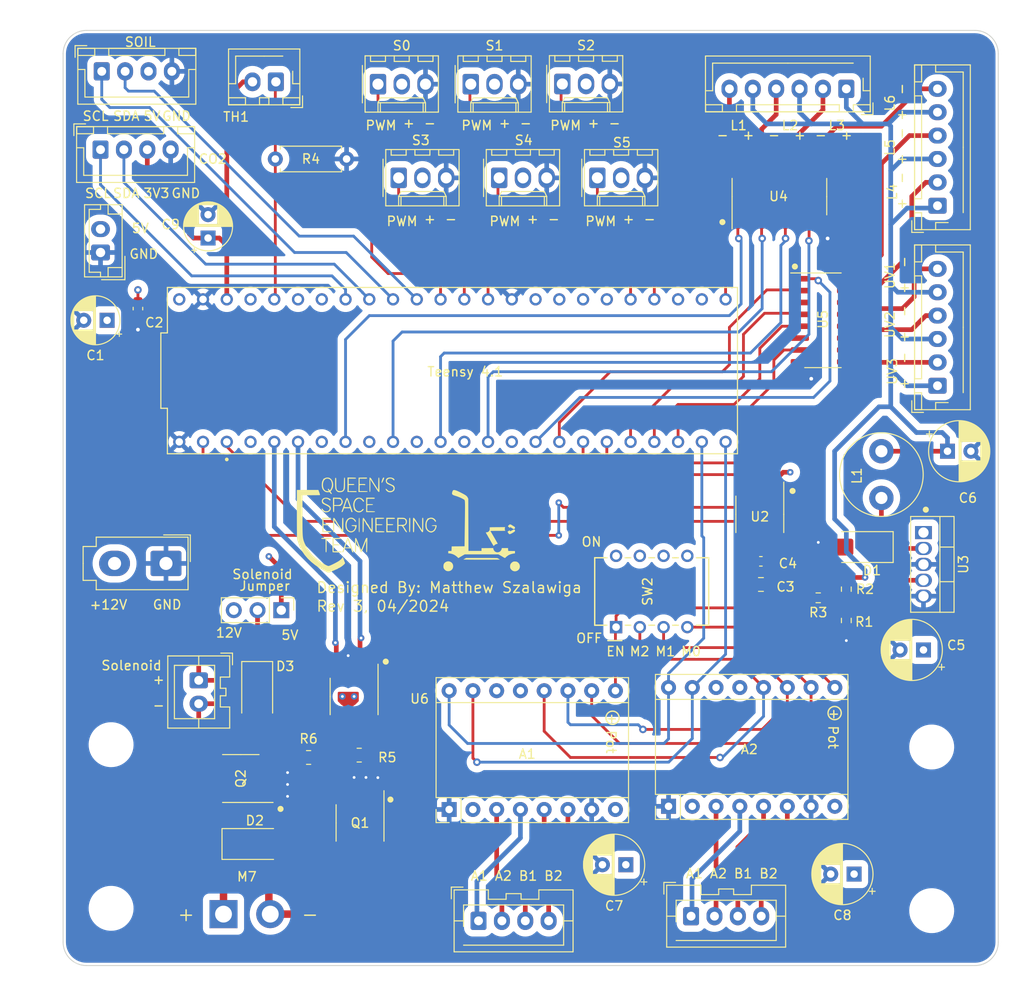
<source format=kicad_pcb>
(kicad_pcb (version 20221018) (generator pcbnew)
  (layers (0 "F.Cu" signal) (1 "In1.Cu" power) (2 "In2.Cu" power) (31 "B.Cu" signal) (34 "B.Paste" user) (35 "F.Paste" user) (36 "B.SilkS" user "B.Silkscreen") (37 "F.SilkS" user "F.Silkscreen") (38 "B.Mask" user) (39 "F.Mask" user) (44 "Edge.Cuts" user))
  (net 0 "")
  (net 1 "GND")
  (net 3 "Step1_A2")
  (net 4 "Step1_A1")
  (net 5 "Step1_B1")
  (net 6 "Step1_B2")
  (net 7 "+12V")
  (net 8 "EN_N")
  (net 9 "M0")
  (net 10 "M1")
  (net 11 "M2")
  (net 12 "+5V")
  (net 13 "/Motors/Step")
  (net 14 "/Motors/Dir")
  (net 16 "Step2_A2")
  (net 17 "Step2_A1")
  (net 18 "Step2_B1")
  (net 19 "Step2_B2")
  (net 20 "UV1_GND")
  (net 21 "Vctrl")
  (net 22 "L1_GND")
  (net 23 "L2_GND")
  (net 24 "L3_GND")
  (net 25 "L4_GND")
  (net 26 "L5_GND")
  (net 27 "L6_GND")
  (net 28 "UV2_GND")
  (net 29 "UV3_GND")
  (net 30 "/Motors/Servo S0 PWM")
  (net 31 "/Motors/Servo S1 PWM")
  (net 32 "/Motors/Servo S2 PWM")
  (net 33 "/Motors/Servo S3 PWM")
  (net 34 "/Lights Control/DAC_MOSI")
  (net 35 "/Lights Control/DAC_SCK")
  (net 36 "/Lights Control/DAC_CS")
  (net 37 "/Lights Control/LDAC")
  (net 38 "/Sensors and Connectors/3V3")
  (net 39 "/Sensors and Connectors/V_Thermo")
  (net 40 "/Lights Control/L1")
  (net 41 "/Lights Control/L2")
  (net 42 "/Lights Control/L3")
  (net 43 "/Lights Control/L4")
  (net 44 "/Lights Control/L5")
  (net 45 "/Lights Control/L6")
  (net 49 "/Lights Control/FB")
  (net 50 "Light_PWR")
  (net 58 "/Motors/Servo S4 PWM")
  (net 59 "/Motors/Servo S5 PWM")
  (net 60 "motor_fet")
  (net 61 "solenoid_fet")
  (net 63 "/Lights Control/UV3")
  (net 66 "/Motors/solenoid_pwm")
  (net 67 "/Motors/motor_pwm")
  (net 72 "/Motors/Solenoid_+")
  (net 73 "/Motors/Solenoid_-")
  (net 81 "/Lights Control/UV2")
  (net 83 "/Lights Control/UV1")
  (net 85 "/Motors/M-")
  (net 86 "/Sensors and Connectors/I2C_SCL1")
  (net 87 "/Sensors and Connectors/I2C_SDA1")
  (net 88 "/Sensors and Connectors/I2C_SCL0")
  (net 89 "/Sensors and Connectors/I2C_SDA0")
  (net 90 "/Lights Control/LM2576_Out")
  (net 94 "/Motors/OutA_to_R")
  (net 95 "/Motors/OutB_to_R")
  (footprint "Inductor_THT:L_Radial_D8.7mm_P5.00mm_Fastron_07HCP" (layer "F.Cu") (at 163.5 100.25 90)
    (fp_text reference "L1")
    (fp_text value "220u")
  )
  (footprint "LOGO" (layer "F.Cu") (at 108.5 103)
    (fp_text reference "G***" hide)
    (fp_text value "LOGO" hide)
  )
  (footprint "Connector_JST:JST_XA_B04B-XASK-1-A_1x04_P2.50mm_Vertical" (layer "F.Cu") (at 143.15 144.97)
    (fp_text reference "J8" hide)
    (fp_text value "Stepper Motor 2")
  )
  (footprint "Resistor_SMD:R_0603_1608Metric" (layer "F.Cu") (at 159.75 113.35 -90)
    (fp_text reference "R1")
    (fp_text value "1k6")
  )
  (footprint "Package_SO:SOIC-8_3.9x4.9mm_P1.27mm" (layer "F.Cu") (at 107.75 135 -90)
    (fp_text reference "Q1")
    (fp_text value "AO4484")
  )
  (footprint "Connector_Molex:Molex_KK-254_AE-6410-03A_1x03_P2.54mm_Vertical" (layer "F.Cu") (at 111.88 66.02)
    (fp_text reference "S3")
    (fp_text value "Servo S3")
  )
  (footprint "Package_TO_SOT_THT:TO-220-5_Vertical" (layer "F.Cu") (at 168 103.95 -90)
    (fp_text reference "U3")
    (fp_text value "LM2576T-ADJ")
  )
  (footprint "Resistor_SMD:R_0805_2012Metric" (layer "F.Cu") (at 107.6625 127.75 180)
    (fp_text reference "R5")
    (fp_text value "0R")
  )
  (footprint "MountingHole:MountingHole_4.3mm_M4" (layer "F.Cu") (at 168.88 126.88 180)
    (fp_text reference "H1" hide)
    (fp_text value "MountingHole")
  )
  (footprint "Connector_Molex:Molex_KK-254_AE-6410-03A_1x03_P2.54mm_Vertical" (layer "F.Cu") (at 109.67 56)
    (fp_text reference "S0")
    (fp_text value "Servo S0")
  )
  (footprint "Connector_JST:JST_XH_B6B-XH-AM_1x06_P2.50mm_Vertical" (layer "F.Cu") (at 159.75 56.5 180)
    (fp_text reference "J1" hide)
    (fp_text value "Lights Row 1")
  )
  (footprint "Connector_JST:JST_XA_B02B-XASK-1_1x02_P2.50mm_Vertical" (layer "F.Cu") (at 90.5 119.75 -90)
    (fp_text reference "J6" hide)
    (fp_text value "5V Solenoid")
  )
  (footprint "Connector_Molex:Molex_Mini-Fit_Jr_5566-02A_2x01_P4.20mm_Vertical" (layer "F.Cu") (at 87 107.25 -90)
    (fp_text reference "J9" hide)
    (fp_text value "12V Connector")
  )
  (footprint "Connector_PinHeader_2.54mm:PinHeader_1x03_P2.54mm_Vertical" (layer "F.Cu") (at 99.33 112.25 -90)
    (fp_text reference "J12" hide)
    (fp_text value "Solenoid jumper")
  )
  (footprint "Module:Pololu_Breakout-16_15.2x20.3mm" (layer "F.Cu") (at 117.28 133.56 90)
    (fp_text reference "A1")
    (fp_text value "DRV8825_Stepper_Driver")
  )
  (footprint "MountingHole:MountingHole_4.3mm_M4" (layer "F.Cu") (at 81.13 126.63 180)
    (fp_text reference "H4" hide)
    (fp_text value "MountingHole")
  )
  (footprint "Button_Switch_THT:DIP8_210-4_CTS" (layer "F.Cu") (at 135.13 114.06 90)
    (fp_text reference "SW2")
    (fp_text value "SW_DIP_x04")
  )
  (footprint "Capacitor_THT:CP_Radial_D5.0mm_P2.50mm" (layer "F.Cu") (at 80.705113 81.25 180)
    (fp_text reference "C1")
    (fp_text value "47u")
  )
  (footprint "Capacitor_SMD:C_0805_2012Metric" (layer "F.Cu") (at 150.62 109.5)
    (fp_text reference "C3")
    (fp_text value "10u")
  )
  (footprint "Connector_Molex:Molex_KK-254_AE-6410-03A_1x03_P2.54mm_Vertical" (layer "F.Cu") (at 129.38 55.98)
    (fp_text reference "S2")
    (fp_text value "Servo S2")
  )
  (footprint "Capacitor_THT:CP_Radial_D6.3mm_P2.50mm" (layer "F.Cu") (at 170.567621 95.25)
    (fp_text reference "C6")
    (fp_text value "100u")
  )
  (footprint "Capacitor_THT:CP_Radial_D5.0mm_P2.50mm" (layer "F.Cu") (at 91.5 72.455113 90)
    (fp_text reference "C9")
    (fp_text value "47u")
  )
  (footprint "Connector_Molex:Molex_KK-254_AE-6410-03A_1x03_P2.54mm_Vertical" (layer "F.Cu") (at 119.59 56)
    (fp_text reference "S1")
    (fp_text value "Servo S1")
  )
  (footprint "Connector_JST:JST_XA_B04B-XASK-1-A_1x04_P2.50mm_Vertical" (layer "F.Cu") (at 120.42 145.47)
    (fp_text reference "J7" hide)
    (fp_text value "Stepper Motor 1")
  )
  (footprint "Capacitor_SMD:C_0603_1608Metric" (layer "F.Cu") (at 84 80 -90)
    (fp_text reference "C2")
    (fp_text value "100n")
  )
  (footprint "Connector_Molex:Molex_KK-254_AE-6410-03A_1x03_P2.54mm_Vertical" (layer "F.Cu") (at 122.63 66.02)
    (fp_text reference "S4")
    (fp_text value "Servo S4")
  )
  (footprint "MountingHole:MountingHole_4.3mm_M4" (layer "F.Cu") (at 168.88 144.38 180)
    (fp_text reference "H2" hide)
    (fp_text value "MountingHole")
  )
  (footprint "Package_SO:SOIC-8_3.9x4.9mm_P1.27mm" (layer "F.Cu") (at 107.115 121.475 -90)
    (fp_text reference "U6")
    (fp_text value "MIC4427")
  )
  (footprint "Module:Pololu_Breakout-16_15.2x20.3mm" (layer "F.Cu") (at 140.74 133.22 90)
    (fp_text reference "A2")
    (fp_text value "DRV8825_Stepper_Driver")
  )
  (footprint "Resistor_SMD:R_0805_2012Metric" (layer "F.Cu") (at 102.25 128 180)
    (fp_text reference "R6")
    (fp_text value "0R")
  )
  (footprint "Connector_JST:JST_XH_B4B-XH-A_1x04_P2.50mm_Vertical" (layer "F.Cu") (at 80 63)
    (fp_text reference "CO2")
    (fp_text value "CO2 Sensor (STC31)")
  )
  (footprint "Connector_AMASS:AMASS_XT30UPB-F_1x02_P5.0mm_Vertical" (layer "F.Cu") (at 93.15 144.75)
    (fp_text reference "M7")
    (fp_text value "Motor_DC")
  )
  (footprint "Connector_JST:JST_XH_B6B-XH-AM_1x06_P2.50mm_Vertical" (layer "F.Cu") (at 169.5 69 90)
    (fp_text reference "J2" hide)
    (fp_text value "Lights Row 2")
  )
  (footprint "Package_SO:SOIC-8_3.9x4.9mm_P1.27mm" (layer "F.Cu") (at 95 130.25 180)
    (fp_text reference "Q2")
    (fp_text value "AO4484")
  )
  (footprint "Connector_JST:JST_EH_B2B-EH-A_1x02_P2.50mm_Vertical" (layer "F.Cu") (at 80 74 90)
    (fp_text reference "J10" hide)
    (fp_text value "5V Connector")
  )
  (footprint "Resistor_SMD:R_0603_1608Metric" (layer "F.Cu") (at 156.745 110.925 180)
    (fp_text reference "R3")
    (fp_text value "5k1")
  )
  (footprint "Connector_JST:JST_XH_B6B-XH-AM_1x06_P2.50mm_Vertical" (layer "F.Cu") (at 169.5 88.25 90)
    (fp_text reference "J3" hide)
    (fp_text value "Lights Row 3")
  )
  (footprint "Resistor_THT:R_Axial_DIN0207_L6.3mm_D2.5mm_P7.62mm_Horizontal" (layer "F.Cu") (at 98.69 64)
    (fp_text reference "R4")
    (fp_text value "100k")
  )
  (footprint "Diode_SMD:D_SMA" (layer "F.Cu") (at 96.5 137.25)
    (fp_text reference "D2")
    (fp_text value "SS54")
  )
  (footprint "Package_SO:SOIC-16_3.9x9.9mm_P1.27mm" (layer "F.Cu") (at 152.595 68.025 90)
    (fp_text reference "U4")
    (fp_text value "ULN2003A")
  )
  (footprint "LOGO" (layer "F.Cu") (at 120.75 104)
    (fp_text reference "G***" hide)
    (fp_text value "LOGO" hide)
  )
  (footprint "Connector_Molex:Molex_KK-254_AE-6410-03A_1x03_P2.54mm_Vertical" (layer "F.Cu") (at 133.13 66.02)
    (fp_text reference "S5")
    (fp_text value "Servo S5")
  )
  (footprint "Connector_JST:JST_XH_B2B-XH-AM_1x02_P2.50mm_Vertical" (layer "F.Cu") (at 98.75 55.75 180)
    (fp_text reference "TH1")
    (fp_text value "Thermistor")
  )
  (footprint "Resistor_SMD:R_0603_1608Metric" (layer "F.Cu") (at 159.75 110 -90)
    (fp_text reference "R2")
    (fp_text value "10k")
  )
  (footprint "Capacitor_THT:CP_Radial_D6.3mm_P2.50mm" (layer "F.Cu") (at 168 116.5 180)
    (fp_text reference "C5")
    (fp_text value "100u")
  )
  (footprint "Package_SO:SOIC-8_3.9x4.9mm_P1.27mm" (layer "F.Cu") (at 150.5 102 -90)
    (fp_text reference "U2")
    (fp_text value "MCP4921-ESN")
  )
  (footprint "Capacitor_THT:CP_Radial_D6.3mm_P2.50mm" (layer "F.Cu") (at 136.17 139.47 180)
    (fp_text reference "C7")
    (fp_text value "100u")
  )
  (footprint "Package_SO:SOIC-16_3.9x9.9mm_P1.27mm" (layer "F.Cu") (at 157.25 81.25)
    (fp_text reference "U5")
    (fp_text value "ULN2003A")
  )
  (footprint "Capacitor_THT:CP_Radial_D6.3mm_P2.50mm" (layer "F.Cu") (at 160.582379 140.47 180)
    (fp_text reference "C8")
    (fp_text value "100u")
  )
  (footprint "Capacitor_SMD:C_0603_1608Metric" (layer "F.Cu") (at 150.615 107.025)
    (fp_text reference "C4")
    (fp_text value "100n")
  )
  (footprint "Diode_SMD:D_SMA" (layer "F.Cu") (at 96.75 121.25 -90)
    (fp_text reference "D3")
    (fp_text value "SS54")
  )
  (footprint "Connector_JST:JST_XH_B4B-XH-A_1x04_P2.50mm_Vertical" (layer "F.Cu") (at 80.13 54.63)
    (fp_text reference "SOIL")
    (fp_text value "Adafruit STEMMA Soil Sensor")
  )
  (footprint "Diode_SMD:D_SMA" (layer "F.Cu") (at 161.25 105.5 180)
    (fp_text reference "D1")
    (fp_text value "SS54")
  )
  (footprint "MountingHole:MountingHole_4.3mm_M4" (layer "F.Cu") (at 81.13 144.13 180)
    (fp_text reference "H3" hide)
    (fp_text value "MountingHole")
  )
  (footprint "Footprint_LIB:Teensy4-1" (layer "F.Cu") (at 117.63 86.63)
    (fp_text reference "Teensy 4.1")
    (fp_text value "Teensy 4.1")
  )
  (gr_line (start 134.25 115.5) (end 135.75 115.5) (stroke (width 0.15)) (layer "F.SilkS"))
  (gr_circle (center 146.5 70.75) (end 146.75 70.75) (stroke (width 0.15)) (fill solid) (layer "F.SilkS"))
  (gr_circle (center 154.25 75.5) (end 154.5 75.5) (stroke (width 0.15)) (fill solid) (layer "F.SilkS"))
  (gr_circle (center 111 132.5) (end 111.25 132.5) (stroke (width 0.15)) (fill solid) (layer "F.SilkS"))
  (gr_circle (center 154 99.5) (end 154.25 99.5) (stroke (width 0.15)) (fill solid) (layer "F.SilkS"))
  (gr_circle (center 158.5 123.25) (end 159 123.75) (stroke (width 0.15)) (fill none) (layer "F.SilkS"))
  (gr_circle (center 110.5 117.75) (end 110.75 117.75) (stroke (width 0.15)) (fill solid) (layer "F.SilkS"))
  (gr_circle (center 99.25 133.5) (end 99.5 133.5) (stroke (width 0.15)) (fill solid) (layer "F.SilkS"))
  (gr_circle (center 134.75 123.75) (end 135.25 124.25) (stroke (width 0.15)) (fill none) (layer "F.SilkS"))
  (gr_circle (center 168.25 101.5) (end 168.5 101.5) (stroke (width 0.15)) (fill solid) (layer "F.SilkS"))
  (gr_line (start 176 147.75) (end 176 52.75) (stroke (width 0.1)) (layer "Edge.Cuts"))
  (gr_line (start 173.5 50.25) (end 78.5 50.25) (stroke (width 0.1)) (layer "Edge.Cuts"))
  (gr_arc (start 176 147.75) (mid 175.267767 149.517767) (end 173.5 150.25) (stroke (width 0.1)) (layer "Edge.Cuts"))
  (gr_line (start 76 52.75) (end 76 147.75) (stroke (width 0.1)) (layer "Edge.Cuts"))
  (gr_arc (start 78.5 150.25) (mid 76.732233 149.517767) (end 76 147.75) (stroke (width 0.1)) (layer "Edge.Cuts"))
  (gr_line (start 78.5 150.25) (end 173.5 150.25) (stroke (width 0.1)) (layer "Edge.Cuts"))
  (gr_arc (start 173.5 50.25) (mid 175.267767 50.982233) (end 176 52.75) (stroke (width 0.1)) (layer "Edge.Cuts"))
  (gr_arc (start 76 52.75) (mid 76.732233 50.982233) (end 78.5 50.25) (stroke (width 0.1)) (layer "Edge.Cuts"))
  (gr_text "A1 A2 B1 B2" (at 142.5 141) (layer "F.SilkS") (effects (font (size 1 1)) (justify left bottom)))
  (gr_text "+  -" (at 166.5 78.5 90) (layer "F.SilkS") (effects (font (size 1 1)) (justify left bottom)))
  (gr_text "+ \n" (at 112.25 60.75) (layer "F.SilkS") (effects (font (size 1 1)) (justify left bottom)))
  (gr_text "+" (at 157.9 122.65 -90) (layer "F.SilkS") (effects (font (size 1 1)) (justify left bottom)))
  (gr_text "PWM\n" (at 118.5 61) (layer "F.SilkS") (effects (font (size 1 1)) (justify left bottom)))
  (gr_text "-" (at 116.75 71) (layer "F.SilkS") (effects (font (size 1 1)) (justify left bottom)))
  (gr_text "-" (at 127.75 71) (layer "F.SilkS") (effects (font (size 1 1)) (justify left bottom)))
  (gr_text " Jumper" (at 94 110.25) (layer "F.SilkS") (effects (font (size 1 1)) (justify left bottom)))
  (gr_text "+  -" (at 166.25 69.5 90) (layer "F.SilkS") (effects (font (size 1 1)) (justify left bottom)))
  (gr_text "-" (at 85.5 123) (layer "F.SilkS") (effects (font (size 1 1)) (justify left bottom)))
  (gr_text "PWM\n" (at 121.5 71.25) (layer "F.SilkS") (effects (font (size 1 1)) (justify left bottom)))
  (gr_text "+12V" (at 78.75 112.25) (layer "F.SilkS") (effects (font (size 1 1)) (justify left bottom)))
  (gr_text "SDA\n" (at 81.25 68.25) (layer "F.SilkS") (effects (font (size 1 1)) (justify left bottom)))
  (gr_text "GND" (at 85.5 112.25) (layer "F.SilkS") (effects (font (size 1 1)) (justify left bottom)))
  (gr_text "SDA\n" (at 81.25 60) (layer "F.SilkS") (effects (font (size 1 1)) (justify left bottom)))
  (gr_text "L3\n" (at 157.75 61) (layer "F.SilkS") (effects (font (size 1 1)) (justify left bottom)))
  (gr_text "SCL\n" (at 78.25 68.25) (layer "F.SilkS") (effects (font (size 1 1)) (justify left bottom)))
  (gr_text "GND" (at 87.5 68.25) (layer "F.SilkS") (effects (font (size 1 1)) (justify left bottom)))
  (gr_text "M1\n" (at 139.25 117.25) (layer "F.SilkS") (effects (font (size 1 1)) (justify left bottom)))
  (gr_text "+  -" (at 166.5 88.75 90) (layer "F.SilkS") (effects (font (size 1 1)) (justify left bottom)))
  (gr_text "M2" (at 136.5 117.25) (layer "F.SilkS") (effects (font (size 1 1)) (justify left bottom)))
  (gr_text "UV3\n" (at 165.25 88.25 90) (layer "F.SilkS") (effects (font (size 1 1)) (justify left bottom)))
  (gr_text "+  -" (at 166.25 64.75 90) (layer "F.SilkS") (effects (font (size 1 1)) (justify left bottom)))
  (gr_text "PWM\n" (at 131.75 71.25) (layer "F.SilkS") (effects (font (size 1 1)) (justify left bottom)))
  (gr_text "+  -" (at 155.5 61 180) (layer "F.SilkS") (effects (font (size 1 1)) (justify left bottom)))
  (gr_text "Rev 3, 04/2024" (at 103 112.5) (layer "F.SilkS") (effects (font (size 1.15 1.15)) (justify left bottom)))
  (gr_text "L6\n" (at 165 59 90) (layer "F.SilkS") (effects (font (size 1 1)) (justify left bottom)))
  (gr_text "5V" (at 84.5 60) (layer "F.SilkS") (effects (font (size 1 1)) (justify left bottom)))
  (gr_text "3V3\n" (at 84.5 68.25) (layer "F.SilkS") (effects (font (size 1 1)) (justify left bottom)))
  (gr_text "Pot" (at 134 125 -90) (layer "F.SilkS") (effects (font (size 1 1)) (justify left bottom)))
  (gr_text "+ \n" (at 125.5 71) (layer "F.SilkS") (effects (font (size 1 1)) (justify left bottom)))
  (gr_text "GND" (at 83 74.75) (layer "F.SilkS") (effects (font (size 1 1)) (justify left bottom)))
  (gr_text "Solenoid" (at 80 118.75) (layer "F.SilkS") (effects (font (size 1 1)) (justify left bottom)))
  (gr_text "L4\n" (at 165.25 68.5 90) (layer "F.SilkS") (effects (font (size 1 1)) (justify left bottom)))
  (gr_text "L5\n" (at 165 63.75 90) (layer "F.SilkS") (effects (font (size 1 1)) (justify left bottom)))
  (gr_text "+  -" (at 166.25 60 90) (layer "F.SilkS") (effects (font (size 1 1)) (justify left bottom)))
  (gr_text "+  -" (at 150 61 180) (layer "F.SilkS") (effects (font (size 1 1)) (justify left bottom)))
  (gr_text "5V" (at 99.25 115.5) (layer "F.SilkS") (effects (font (size 1 1)) (justify left bottom)))
  (gr_text "UV2\n" (at 165 83.25 90) (layer "F.SilkS") (effects (font (size 1 1)) (justify left bottom)))
  (gr_text "5V" (at 83.25 72) (layer "F.SilkS") (effects (font (size 1 1)) (justify left bottom)))
  (gr_text "PWM\n" (at 128 61) (layer "F.SilkS") (effects (font (size 1 1)) (justify left bottom)))
  (gr_text "+ \n" (at 122.5 60.75) (layer "F.SilkS") (effects (font (size 1 1)) (justify left bottom)))
  (gr_text "L1\n" (at 147.25 61) (layer "F.SilkS") (effects (font (size 1 1)) (justify left bottom)))
  (gr_text "+  -" (at 160.5 61 180) (layer "F.SilkS") (effects (font (size 1 1)) (justify left bottom)))
  (gr_text "M0" (at 142 117.25) (layer "F.SilkS") (effects (font (size 1 1)) (justify left bottom)))
  (gr_text "Designed By: Matthew Szalawiga" (at 103 110.5) (layer "F.SilkS") (effects (font (size 1.15 1.15)) (justify left bottom)))
  (gr_text "UV1" (at 165 78 90) (layer "F.SilkS") (effects (font (size 1 1)) (justify left bottom)))
  (gr_text "+" (at 134.15 123.15 -90) (layer "F.SilkS") (effects (font (size 1 1)) (justify left bottom)))
  (gr_text "+  -" (at 166.5 83.75 90) (layer "F.SilkS") (effects (font (size 1 1)) (justify left bottom)))
  (gr_text "PWM\n" (at 110.5 71.25) (layer "F.SilkS") (effects (font (size 1 1)) (justify left bottom)))
  (gr_text "-" (at 114.5 60.75) (layer "F.SilkS") (effects (font (size 1 1)) (justify left bottom)))
  (gr_text "L2\n" (at 152.75 61) (layer "F.SilkS") (effects (font (size 1 1)) (justify left bottom)))
  (gr_text "PWM\n" (at 108.25 61) (layer "F.SilkS") (effects (font (size 1 1)) (justify left bottom)))
  (gr_text "A1 A2 B1 B2" (at 119.5 141.25) (layer "F.SilkS") (effects (font (size 1 1)) (justify left bottom)))
  (gr_text "-" (at 138 71) (layer "F.SilkS") (effects (font (size 1 1)) (justify left bottom)))
  (gr_text "Pot" (at 157.75 124.5 -90) (layer "F.SilkS") (effects (font (size 1 1)) (justify left bottom)))
  (gr_text "+" (at 85.5 120.25) (layer "F.SilkS") (effects (font (size 1 1)) (justify left bottom)))
  (gr_text "12V" (at 92.25 115.25) (layer "F.SilkS") (effects (font (size 1 1)) (justify left bottom)))
  (gr_text "-" (at 134.25 60.75) (layer "F.SilkS") (effects (font (size 1 1)) (justify left bottom)))
  (gr_text "+ \n" (at 135.75 71) (layer "F.SilkS") (effects (font (size 1 1)) (justify left bottom)))
  (gr_text "-" (at 124.75 60.75) (layer "F.SilkS") (effects (font (size 1 1)) (justify left bottom)))
  (gr_text "+ \n" (at 114.5 71) (layer "F.SilkS") (effects (font (size 1 1)) (justify left bottom)))
  (gr_text "Solenoid" (at 94 109) (layer "F.SilkS") (effects (font (size 1 1)) (justify left bottom)))
  (gr_text "GND" (at 86.5 60) (layer "F.SilkS") (effects (font (size 1 1)) (justify left bottom)))
  (gr_text "EN" (at 134 117.25) (layer "F.SilkS") (effects (font (size 1 1)) (justify left bottom)))
  (gr_text "+ \n" (at 132 60.75) (layer "F.SilkS") (effects (font (size 1 1)) (justify left bottom)))
  (gr_text "SCL\n" (at 78 60) (layer "F.SilkS") (effects (font (size 1 1)) (justify left bottom)))
  (segment (start 156.5 87) (end 156 87.5) (width 0.3) (layer "F.Cu") (net 1))
  (segment (start 84 80.775) (end 84 82.25) (width 0.3) (layer "F.Cu") (net 1))
  (segment (start 108.385 130.135) (end 108.385 132.525) (width 0.6) (layer "F.Cu") (net 1))
  (segment (start 100 130.885) (end 97.475 130.885) (width 0.5) (layer "F.Cu") (net 1))
  (segment (start 107.115 130.135) (end 107.115 132.525) (width 0.6) (layer "F.Cu") (net 1))
  (segment (start 100 132.155) (end 97.475 132.155) (width 0.5) (layer "F.Cu") (net 1))
  (segment (start 157.04 71.79) (end 157.75 72.5) (width 0.3) (layer "F.Cu") (net 1))
  (segment (start 106.48 117.11) (end 106.48 119) (width 0.5) (layer "F.Cu") (net 1))
  (segment (start 157.25 105.5) (end 156.75 105) (width 0.5) (layer "F.Cu") (net 1))
  (segment (start 156.445 85.695) (end 156.5 85.75) (width 0.3) (layer "F.Cu") (net 1))
  (segment (start 151.135 106.77) (end 151.39 107.025) (width 0.5) (layer "F.Cu") (net 1))
  (segment (start 151.135 104.475) (end 151.135 106.77) (width 0.5) (layer "F.Cu") (net 1))
  (segment (start 159.75 114.175) (end 159.75 115.5) (width 0.5) (layer "F.Cu") (net 1))
  (segment (start 100 129.615) (end 97.475 129.615) (width 0.5) (layer "F.Cu") (net 1))
  (segment (start 151.39 109.32) (end 151.57 109.5) (width 0.5) (layer "F.Cu") (net 1))
  (segment (start 109.655 130.155) (end 109.655 132.525) (width 0.6) (layer "F.Cu") (net 1))
  (segment (start 154.775 85.695) (end 156.445 85.695) (width 0.3) (layer "F.Cu") (net 1))
  (segment (start 159.25 105.5) (end 157.25 105.5) (width 0.5) (layer "F.Cu") (net 1))
  (segment (start 156.5 85.75) (end 156.5 87) (width 0.3) (layer "F.Cu") (net 1))
  (segment (start 151.39 107.025) (end 151.39 109.32) (width 0.5) (layer "F.Cu") (net 1))
  (segment (start 157.04 70.5) (end 157.04 71.79) (width 0.3) (layer "F.Cu") (net 1))
  (via (at 108.385 130.135) (size 0.7) (drill 0.3) (layers "F.Cu" "B.Cu") (net 1))
  (via (at 109.655 130.155) (size 0.7) (drill 0.3) (layers "F.Cu" "B.Cu") (net 1))
  (via (at 100 132.155) (size 0.7) (drill 0.3) (layers "F.Cu" "B.Cu") (net 1))
  (via (at 156 87.5) (size 0.8) (drill 0.4) (layers "F.Cu" "B.Cu") (net 1))
  (via (at 84 82.25) (size 0.8) (drill 0.4) (layers "F.Cu" "B.Cu") (net 1))
  (via (at 157.75 72.5) (size 0.8) (drill 0.4) (layers "F.Cu" "B.Cu") (net 1))
  (via (at 159.75 115.5) (size 0.7) (drill 0.3) (layers "F.Cu" "B.Cu") (net 1))
  (via (at 106.48 117.11) (size 0.7) (drill 0.3) (layers "F.Cu" "B.Cu") (net 1))
  (via (at 100 130.885) (size 0.7) (drill 0.3) (layers "F.Cu" "B.Cu") (net 1))
  (via (at 156.75 105) (size 0.7) (drill 0.3) (layers "F.Cu" "B.Cu") (net 1))
  (via (at 100 129.615) (size 0.7) (drill 0.3) (layers "F.Cu" "B.Cu") (net 1))
  (via (at 107.115 130.135) (size 0.7) (drill 0.3) (layers "F.Cu" "B.Cu") (net 1))
  (segment (start 122.92 141.67) (end 122.92 145.47) (width 0.5) (layer "F.Cu") (net 3))
  (segment (start 122.36 141.11) (end 122.92 141.67) (width 0.5) (layer "F.Cu") (net 3))
  (segment (start 122.36 133.56) (end 122.36 141.11) (width 0.5) (layer "F.Cu") (net 3))
  (segment (start 120.25 141.25) (end 120.25 145.3) (width 0.5) (layer "B.Cu") (net 4))
  (segment (start 120.25 145.3) (end 120.42 145.47) (width 0.5) (layer "B.Cu") (net 4))
  (segment (start 124.9 136.6) (end 120.25 141.25) (width 0.5) (layer "B.Cu") (net 4))
  (segment (start 124.9 133.56) (end 124.9 136.6) (width 0.5) (layer "B.Cu") (net 4))
  (segment (start 127.44 133.56) (end 127.44 139.31) (width 0.5) (layer "F.Cu") (net 5))
  (segment (start 125.42 141.33) (end 125.42 145.47) (width 0.5) (layer "F.Cu") (net 5))
  (segment (start 127.44 139.31) (end 125.42 141.33) (width 0.5) (layer "F.Cu") (net 5))
  (segment (start 127.92 142.08) (end 127.92 145.47) (width 0.5) (layer "F.Cu") (net 6))
  (segment (start 129.98 133.56) (end 129.98 140.02) (width 0.5) (layer "F.Cu") (net 6))
  (segment (start 129.98 140.02) (end 127.92 142.08) (width 0.5) (layer "F.Cu") (net 6))
  (segment (start 93.15 138.6) (end 94.5 137.25) (width 0.8) (layer "F.Cu") (net 7))
  (segment (start 93.15 144.75) (end 93.15 138.6) (width 0.8) (layer "F.Cu") (net 7))
  (via (at 105.865 121.475) (size 0.7) (drill 0.3) (layers "F.Cu" "B.Cu") (net 7))
  (via (at 107.115 121.475) (size 0.7) (drill 0.3) (layers "F.Cu" "B.Cu") (net 7))
  (segment (start 135.06 120.86) (end 135.06 114.13) (width 0.3) (layer "F.Cu") (net 8))
  (segment (start 158.52 120.52) (end 150 112) (width 0.3) (layer "F.Cu") (net 8))
  (segment (start 135.13 112.87) (end 135.13 114.06) (width 0.3) (layer "F.Cu") (net 8))
  (segment (start 136 112) (end 135.13 112.87) (width 0.3) (layer "F.Cu") (net 8))
  (segment (start 135.06 114.13) (end 135.13 114.06) (width 0.3) (layer "F.Cu") (net 8))
  (segment (start 150 112) (end 136 112) (width 0.3) (layer "F.Cu") (net 8))
  (segment (start 132.52 120.86) (end 132.52 123.52) (width 0.3) (layer "F.Cu") (net 9))
  (segment (start 149.52 114.06) (end 142.75 114.06) (width 0.3) (layer "F.Cu") (net 9))
  (segment (start 155.98 120.52) (end 149.52 114.06) (width 0.3) (layer "F.Cu") (net 9))
  (segment (start 153.75 126.5) (end 155.98 124.27) (width 0.3) (layer "F.Cu") (net 9))
  (segment (start 135.5 126.5) (end 153.75 126.5) (width 0.3) (layer "F.Cu") (net 9))
  (segment (start 132.52 123.52) (end 135.5 126.5) (width 0.3) (layer "F.Cu") (net 9))
  (segment (start 155.98 124.27) (end 155.98 120.52) (width 0.3) (layer "F.Cu") (net 9))
  (segment (start 140.5 116.25) (end 140.21 115.96) (width 0.3) (layer "F.Cu") (net 10))
  (segment (start 150.75 125) (end 153.44 122.31) (width 0.3) (layer "F.Cu") (net 10))
  (segment (start 153.44 120.52) (end 149.17 116.25) (width 0.3) (layer "F.Cu") (net 10))
  (segment (start 140.21 115.96) (end 140.21 114.06) (width 0.3) (layer "F.Cu") (net 10))
  (segment (start 149.17 116.25) (end 140.5 116.25) (width 0.3) (layer "F.Cu") (net 10))
  (segment (start 138 125) (end 150.75 125) (width 0.3) (layer "F.Cu") (net 10))
  (segment (start 153.44 122.31) (end 153.44 120.52) (width 0.3) (layer "F.Cu") (net 10))
  (via (at 138 125) (size 0.8) (drill 0.4) (layers "F.Cu" "B.Cu") (net 10))
  (segment (start 138 125) (end 137.5 124.5) (width 0.3) (layer "B.Cu") (net 10))
  (segment (start 129.98 124.23) (end 129.98 120.86) (width 0.3) (layer "B.Cu") (net 10))
  (segment (start 137.5 124.5) (end 130.25 124.5) (width 0.3) (layer "B.Cu") (net 10))
  (segment (start 130.25 124.5) (end 129.98 124.23) (width 0.3) (layer "B.Cu") (net 10))
  (segment (start 147.88 117.5) (end 138.75 117.5) (width 0.3) (layer "F.Cu") (net 11))
  (segment (start 138.75 117.5) (end 137.67 116.42) (width 0.3) (layer "F.Cu") (net 11))
  (segment (start 137.67 116.42) (end 137.67 114.06) (width 0.3) (layer "F.Cu") (net 11))
  (segment (start 130.25 128) (end 146.25 128) (width 0.3) (layer "F.Cu") (net 11))
  (segment (start 127.44 125.19) (end 130.25 128) (width 0.3) (layer "F.Cu") (net 11))
  (segment (start 150.9 120.52) (end 147.88 117.5) (width 0.3) (layer "F.Cu") (net 11))
  (segment (start 127.44 120.86) (end 127.44 125.19) (width 0.3) (layer "F.Cu") (net 11))
  (via (at 146.25 128) (size 0.8) (drill 0.4) (layers "F.Cu" "B.Cu") (net 11))
  (segment (start 150.9 123.6) (end 150.9 120.52) (width 0.3) (layer "B.Cu") (net 11))
  (segment (start 146.5 128) (end 150.9 123.6) (width 0.3) (layer "B.Cu") (net 11))
  (segment (start 146.25 128) (end 146.5 128) (width 0.3) (layer "B.Cu") (net 11))
  (segment (start 152.405 98.095) (end 153 97.5) (width 0.5) (layer "F.Cu") (net 12))
  (segment (start 99.33 112.25) (end 99.33 107.83) (width 0.5) (layer "F.Cu") (net 12))
  (segment (start 153 97.5) (end 153.75 97.5) (width 0.5) (layer "F.Cu") (net 12))
  (segment (start 152.405 99.525) (end 152.405 98.095) (width 0.5) (layer "F.Cu") (net 12))
  (segment (start 149.84 107.025) (end 149.84 109.33) (width 0.5) (layer "F.Cu") (net 12))
  (segment (start 149.865 107) (end 149.84 107.025) (width 0.5) (layer "F.Cu") (net 12))
  (segment (start 84 79.225) (end 84 78) (width 0.3) (layer "F.Cu") (net 12))
  (segment (start 99.33 107.83) (end 98 106.5) (width 0.5) (layer "F.Cu") (net 12))
  (segment (start 149.84 109.33) (end 149.67 109.5) (width 0.5) (layer "F.Cu") (net 12))
  (segment (start 149.865 104.475) (end 149.865 107) (width 0.5) (layer "F.Cu") (net 12))
  (via (at 98 106.5) (size 0.7) (drill 0.3) (layers "F.Cu" "B.Cu") (net 12))
  (via (at 84 78) (size 0.8) (drill 0.4) (layers "F.Cu" "B.Cu") (net 12))
  (via (at 153.75 97.5) (size 0.7) (drill 0.3) (layers "F.Cu" "B.Cu") (net 12))
  (segment (start 120.25 128.5) (end 119.82 128.07) (width 0.3) (layer "F.Cu") (net 13))
  (segment (start 119.82 128.07) (end 119.82 120.86) (width 0.3) (layer "F.Cu") (net 13))
  (via (at 120.25 128.5) (size 0.8) (drill 0.4) (layers "F.Cu" "B.Cu") (net 13))
  (segment (start 143.28 125.97) (end 143.28 120.52) (width 0.3) (layer "B.Cu") (net 13))
  (segment (start 146.84 116.96) (end 146.84 94.25) (width 0.3) (layer "B.Cu") (net 13))
  (segment (start 143.28 120.52) (end 146.84 116.96) (width 0.3) (layer "B.Cu") (net 13))
  (segment (start 120.25 128.5) (end 140.75 128.5) (width 0.3) (layer "B.Cu") (net 13))
  (segment (start 140.75 128.5) (end 143.28 125.97) (width 0.3) (layer "B.Cu") (net 13))
  (segment (start 140.74 119.01) (end 140.74 120.52) (width 0.3) (layer "B.Cu") (net 14))
  (segment (start 144.3 94.25) (end 144.3 104.3) (width 0.3) (layer "B.Cu") (net 14))
  (segment (start 140.25 126.5) (end 140.74 126.01) (width 0.3) (layer "B.Cu") (net 14))
  (segment (start 119.25 126.5) (end 140.25 126.5) (width 0.3) (layer "B.Cu") (net 14))
  (segment (start 117.28 120.86) (end 117.28 124.53) (width 0.3) (layer "B.Cu") (net 14))
  (segment (start 144.5 104.5) (end 144.5 115.25) (width 0.3) (layer "B.Cu") (net 14))
  (segment (start 140.74 126.01) (end 140.74 120.52) (width 0.3) (layer "B.Cu") (net 14))
  (segment (start 144.5 115.25) (end 140.74 119.01) (width 0.3) (layer "B.Cu") (net 14))
  (segment (start 144.3 104.3) (end 144.5 104.5) (width 0.3) (layer "B.Cu") (net 14))
  (segment (start 117.28 124.53) (end 119.25 126.5) (width 0.3) (layer "B.Cu") (net 14))
  (segment (start 145.82 133.22) (end 145.82 144.8) (width 0.5) (layer "F.Cu") (net 16))
  (segment (start 145.82 144.8) (end 145.65 144.97) (width 0.5) (layer "F.Cu") (net 16))
  (segment (start 143.25 141) (end 143.25 144.87) (width 0.5) (layer "B.Cu") (net 17))
  (segment (start 148.36 135.89) (end 143.25 141) (width 0.5) (layer "B.Cu") (net 17))
  (segment (start 143.25 144.87) (end 143.15 144.97) (width 0.5) (layer "B.Cu") (net 17))
  (segment (start 148.36 133.22) (end 148.36 135.89) (width 0.5) (layer "B.Cu") (net 17))
  (segment (start 148.15 137.6) (end 148.15 144.97) (width 0.5) (layer "F.Cu") (net 18))
  (segment (start 150.9 134.85) (end 148.15 137.6) (width 0.5) (layer "F.Cu") (net 18))
  (segment (start 150.9 133.22) (end 150.9 134.85) (width 0.5) (layer "F.Cu") (net 18))
  (segment (start 153.44 137.56) (end 150.65 140.35) (width 0.5) (layer "F.Cu") (net 19))
  (segment (start 150.65 140.35) (end 150.65 144.97) (width 0.5) (layer "F.Cu") (net 19))
  (segment (start 153.44 133.22) (end 153.44 137.56) (width 0.5) (layer "F.Cu") (net 19))
  (segment (start 167 78.75) (end 167 76.5) (width 0.5) (layer "F.Cu") (net 20))
  (segment (start 167.75 75.75) (end 169.5 75.75) (width 0.5) (layer "F.Cu") (net 20))
  (segment (start 159.725 80.615) (end 161.885 80.615) (width 0.5) (layer "F.Cu") (net 20))
  (segment (start 165.75 80) (end 167 78.75) (width 0.5) (layer "F.Cu") (net 20))
  (segment (start 167 76.5) (end 167.75 75.75) (width 0.5) (layer "F.Cu") (net 20))
  (segment (start 161.885 80.615) (end 162.5 80) (width 0.5) (layer "F.Cu") (net 20))
  (segment (start 162.5 80) (end 165.75 80) (width 0.5) (layer "F.Cu") (net 20))
  (segment (start 155 106.25) (end 153 106.25) (width 0.5) (layer "F.Cu") (net 21))
  (segment (start 153 106.25) (end 152.405 105.655) (width 0.5) (layer "F.Cu") (net 21))
  (segment (start 155.92 110.925) (end 155.92 107.17) (width 0.5) (layer "F.Cu") (net 21))
  (segment (start 155.92 107.17) (end 155 106.25) (width 0.5) (layer "F.Cu") (net 21))
  (segment (start 152.405 105.655) (end 152.405 104.475) (width 0.5) (layer "F.Cu") (net 21))
  (segment (start 147.25 62.5) (end 147.25 56.5) (width 0.5) (layer "F.Cu") (net 22))
  (segment (start 148.15 63.4) (end 147.25 62.5) (width 0.5) (layer "F.Cu") (net 22))
  (segment (start 148.15 65.55) (end 148.15 63.4) (width 0.5) (layer "F.Cu") (net 22))
  (segment (start 150.69 60.81) (end 152.25 59.25) (width 0.5) (layer "F.Cu") (net 23))
  (segment (start 152.25 59.25) (end 152.25 56.5) (width 0.5) (layer "F.Cu") (net 23))
  (segment (start 150.69 65.55) (end 150.69 60.81) (width 0.5) (layer "F.Cu") (net 23))
  (segment (start 153.23 62.77) (end 157.25 58.75) (width 0.5) (layer "F.Cu") (net 24))
  (segment (start 157.25 58.75) (end 157.25 56.5) (width 0.5) (layer "F.Cu") (net 24))
  (segment (start 153.23 65.55) (end 153.23 62.77) (width 0.5) (layer "F.Cu") (net 24))
  (segment (start 163.5 60.5) (end 167.5 56.5) (width 0.5) (layer "F.Cu") (net 25))
  (segment (start 158.75 60.5) (end 163.5 60.5) (width 0.5) (layer "F.Cu") (net 25))
  (segment (start 155.75 63.5) (end 158.75 60.5) (width 0.5) (layer "F.Cu") (net 25))
  (segment (start 155.77 65.55) (end 155.77 64.996472) (width 0.5) (layer "F.Cu") (net 25))
  (segment (start 155.77 64.996472) (end 155.75 64.976472) (width 0.5) (layer "F.Cu") (net 25))
  (segment (start 155.75 64.976472) (end 155.75 63.5) (width 0.5) (layer "F.Cu") (net 25))
  (segment (start 167.5 56.5) (end 169.5 56.5) (width 0.5) (layer "F.Cu") (net 25))
  (segment (start 159.725 76.805) (end 160.945 76.805) (width 0.5) (layer "F.Cu") (net 26))
  (segment (start 166.5 61.5) (end 169.5 61.5) (width 0.5) (layer "F.Cu") (net 26))
  (segment (start 163.5 64.5) (end 166.5 61.5) (width 0.5) (layer "F.Cu") (net 26))
  (segment (start 163.5 74.25) (end 163.5 64.5) (width 0.5) (layer "F.Cu") (net 26))
  (segment (start 160.945 76.805) (end 163.5 74.25) (width 0.5) (layer "F.Cu") (net 26))
  (segment (start 166.75 74) (end 166.75 68) (width 0.5) (layer "F.Cu") (net 27))
  (segment (start 162.675 78.075) (end 166.75 74) (width 0.5) (layer "F.Cu") (net 27))
  (segment (start 166.75 68) (end 168.25 66.5) (width 0.5) (layer "F.Cu") (net 27))
  (segment (start 159.725 78.075) (end 162.675 78.075) (width 0.5) (layer "F.Cu") (net 27))
  (segment (start 168.25 66.5) (end 169.5 66.5) (width 0.5) (layer "F.Cu") (net 27))
  (segment (start 161.885 81.885) (end 162.25 82.25) (width 0.5) (layer "F.Cu") (net 28))
  (segment (start 168.25 80.75) (end 169.5 80.75) (width 0.5) (layer "F.Cu") (net 28))
  (segment (start 162.25 82.25) (end 166.75 82.25) (width 0.5) (layer "F.Cu") (net 28))
  (segment (start 159.725 81.885) (end 161.885 81.885) (width 0.5) (layer "F.Cu") (net 28))
  (segment (start 166.75 82.25) (end 168.25 80.75) (width 0.5) (layer "F.Cu") (net 28))
  (segment (start 161.925 84.425) (end 163.25 85.75) (width 0.5) (layer "F.Cu") (net 29))
  (segment (start 169.5 85.75) (end 163.25 85.75) (width 0.5) (layer "F.Cu") (net 29))
  (segment (start 159.725 84.425) (end 161.925 84.425) (width 0.5) (layer "F.Cu") (net 29))
  (segment (start 110.75 76.25) (end 109 74.5) (width 0.3) (layer "F.Cu") (net 30))
  (segment (start 116.36 79.01) (end 116.36 77.36) (width 0.3) (layer "F.Cu") (net 30))
  (segment (start 109 60) (end 109.67 59.33) (width 0.3) (layer "F.Cu") (net 30))
  (segment (start 116.36 77.36) (end 115.25 76.25) (width 0.3) (layer "F.Cu") (net 30))
  (segment (start 109.67 59.33) (end 109.67 56) (width 0.3) (layer "F.Cu") (net 30))
  (segment (start 115.25 76.25) (end 110.75 76.25) (width 0.3) (layer "F.Cu") (net 30))
  (segment (start 109 74.5) (end 109 60) (width 0.3) (layer "F.Cu") (net 30))
  (segment (start 119.5 56.09) (end 119.59 56) (width 0.3) (layer "F.Cu") (net 31))
  (segment (start 121.44 79.01) (end 121.44 75.69) (width 0.3) (layer "F.Cu") (net 31))
  (segment (start 119.5 73.75) (end 119.5 56.09) (width 0.3) (layer "F.Cu") (net 31))
  (segment (start 121.44 75.69) (end 119.5 73.75) (width 0.3) (layer "F.Cu") (net 31))
  (segment (start 139.22 76.47) (end 137.25 74.5) (width 0.3) (layer "F.Cu") (net 32))
  (segment (start 130.25 61.5) (end 129.25 60.5) (width 0.3) (layer "F.Cu") (net 32))
  (segment (start 137.25 74.5) (end 132.5 74.5) (width 0.3) (layer "F.Cu") (net 32))
  (segment (start 129.25 56.11) (end 129.38 55.98) (width 0.3) (layer "F.Cu") (net 32))
  (segment (start 129.25 60.5) (end 129.25 56.11) (width 0.3) (layer "F.Cu") (net 32))
  (segment (start 139.22 79.01) (end 139.22 76.47) (width 0.3) (layer "F.Cu") (net 32))
  (segment (start 130.25 72.25) (end 130.25 61.5) (width 0.3) (layer "F.Cu") (net 32))
  (segment (start 132.5 74.5) (end 130.25 72.25) (width 0.3) (layer "F.Cu") (net 32))
  (segment (start 118.9 79.01) (end 118.9 76.9) (width 0.3) (layer "F.Cu") (net 33))
  (segment (start 111.88 69.88) (end 111.88 66.02) (width 0.3) (layer "F.Cu") (net 33))
  (segment (start 118.9 76.9) (end 111.88 69.88) (width 0.3) (layer "F.Cu") (net 33))
  (segment (start 148.595 97.845) (end 148.5 97.75) (width 0.2) (layer "F.Cu") (net 34))
  (segment (start 148.5 97.75) (end 132.5 97.75) (width 0.3) (layer "F.Cu") (net 34))
  (segment (start 148.595 99.525) (end 148.595 97.845) (width 0.3) (layer "F.Cu") (net 34))
  (segment (start 131.6 96.85) (end 131.6 94.25) (width 0.3) (layer "F.Cu") (net 34))
  (segment (start 132.5 97.75) (end 131.6 96.85) (width 0.3) (layer "F.Cu") (net 34))
  (segment (start 135 96.5) (end 134.14 95.64) (width 0.3) (layer "F.Cu") (net 35))
  (segment (start 149.865 99.525) (end 149.865 97.365) (width 0.3) (layer "F.Cu") (net 35))
  (segment (start 149 96.5) (end 135 96.5) (width 0.3) (layer "F.Cu") (net 35))
  (segment (start 134.14 95.64) (end 134.14 94.25) (width 0.3) (layer "F.Cu") (net 35))
  (segment (start 149.865 97.365) (end 149 96.5) (width 0.3) (layer "F.Cu") (net 35))
  (segment (start 97.75 104.25) (end 129 104.25) (width 0.3) (layer "F.Cu") (net 36))
  (segment (start 151.135 99.525) (end 151.135 101.115) (width 0.3) (layer "F.Cu") (net 36))
  (segment (start 90.96 94.25) (end 90.96 97.46) (width 0.3) (layer "F.Cu") (net 36))
  (segment (start 151 101.25) (end 129.5 101.25) (width 0.3) (layer "F.Cu") (net 36))
  (segment (start 90.96 97.46) (end 97.75 104.25) (width 0.3) (layer "F.Cu") (net 36))
  (segment (start 151.135 101.115) (end 151 101.25) (width 0.3) (layer "F.Cu") (net 36))
  (segment (start 129.5 101.25) (end 129 100.75) (width 0.3) (layer "F.Cu") (net 36))
  (via (at 129 100.75) (size 0.7) (drill 0.3) (layers "F.Cu" "B.Cu") (net 36))
  (via (at 129 104.25) (size 0.7) (drill 0.3) (layers "F.Cu" "B.Cu") (net 36))
  (segment (start 129 104.25) (end 129 100.75) (width 0.3) (layer "B.Cu") (net 36))
  (segment (start 148.595 104.475) (end 148.595 103.345) (width 0.3) (layer "F.Cu") (net 37))
  (segment (start 93.5 94.75) (end 93.5 94.25) (width 0.3) (layer "F.Cu") (net 37))
  (segment (start 148.595 103.345) (end 148 102.75) (width 0.3) (layer "F.Cu") (net 37))
  (segment (start 101.5 102.75) (end 93.5 94.75) (width 0.3) (layer "F.Cu") (net 37))
  (segment (start 148 102.75) (end 101.5 102.75) (width 0.3) (layer "F.Cu") (net 37))
  (segment (start 93.5 57.5) (end 95.25 55.75) (width 0.5) (layer "F.Cu") (net 38))
  (segment (start 93.5 73.25) (end 92.705113 72.455113) (width 0.5) (layer "F.Cu") (net 38))
  (segment (start 89.5 72) (end 89.5 70.75) (width 0.5) (layer "F.Cu") (net 38))
  (segment (start 92.705113 72.455113) (end 89.955113 72.455113) (width 0.5) (layer "F.Cu") (net 38))
  (segment (start 89.955113 72.455113) (end 89.5 72) (width 0.5) (layer "F.Cu") (net 38))
  (segment (start 85 66.25) (end 85 63) (width 0.5) (layer "F.Cu") (net 38))
  (segment (start 95.25 55.75) (end 96.25 55.75) (width 0.5) (layer "F.Cu") (net 38))
  (segment (start 93.5 79.01) (end 93.5 73.25) (width 0.5) (layer "F.Cu") (net 38))
  (segment (start 93.5 73.25) (end 93.5 57.5) (width 0.5) (layer "F.Cu") (net 38))
  (segment (start 89.5 70.75) (end 85 66.25) (width 0.5) (layer "F.Cu") (net 38))
  (segment (start 98.75 55.75) (end 98.69 55.81) (width 0.3) (layer "F.Cu") (net 39))
  (segment (start 98.69 78.9) (end 98.58 79.01) (width 0.3) (layer "F.Cu") (net 39))
  (segment (start 98.69 55.81) (end 98.69 64) (width 0.3) (layer "F.Cu") (net 39))
  (segment (start 98.69 64) (end 98.69 78.9) (width 0.3) (layer "F.Cu") (net 39))
  (segment (start 148.15 70.5) (end 148.15 72.4) (width 0.3) (layer "F.Cu") (net 40))
  (segment (start 148.15 72.4) (end 148.25 72.5) (width 0.3) (layer "F.Cu") (net 40))
  (via (at 148.25 72.5) (size 0.8) (drill 0.4) (layers "F.Cu" "B.Cu") (net 40))
  (segment (start 148.5 79.5) (end 147.25 80.75) (width 0.3) (layer "B.Cu") (net 40))
  (segment (start 108.75 80.75) (end 106.2 83.3) (width 0.3) (layer "B.Cu") (net 40))
  (segment (start 148.5 72.75) (end 148.5 79.5) (width 0.3) (layer "B.Cu") (net 40))
  (segment (start 148.25 72.5) (end 148.5 72.75) (width 0.3) (layer "B.Cu") (net 40))
  (segment (start 106.2 83.3) (end 106.2 94.25) (width 0.3) (layer "B.Cu") (net 40))
  (segment (start 147.25 80.75) (end 108.75 80.75) (width 0.3) (layer "B.Cu") (net 40))
  (segment (start 150.69 70.5) (end 150.69 72.44) (width 0.3) (layer "F.Cu") (net 41))
  (segment (start 150.69 72.44) (end 150.75 72.5) (width 0.3) (layer "F.Cu") (net 41))
  (via (at 150.75 72.5) (size 0.8) (drill 0.4) (layers "F.Cu" "B.Cu") (net 41))
  (segment (start 150.75 80) (end 148.25 82.5) (width 0.3) (layer "B.Cu") (net 41))
  (segment (start 148.25 82.5) (end 112.25 82.5) (width 0.3) (layer "B.Cu") (net 41))
  (segment (start 150.75 72.5) (end 150.75 80) (width 0.3) (layer "B.Cu") (net 41))
  (segment (start 112.25 82.5) (end 111.28 83.47) (width 0.3) (layer "B.Cu") (net 41))
  (segment (start 111.28 83.47) (end 111.28 94.25) (width 0.3) (layer "B.Cu") (net 41))
  (segment (start 153.23 72.48) (end 153.25 72.5) (width 0.3) (layer "F.Cu") (net 42))
  (segment (start 153.23 70.5) (end 153.23 72.48) (width 0.3) (layer "F.Cu") (net 42))
  (via (at 153.25 72.5) (size 0.8) (drill 0.4) (layers "F.Cu" "B.Cu") (net 42))
  (segment (start 116.75 84.75) (end 149.5 84.75) (width 0.3) (layer "B.Cu") (net 42))
  (segment (start 116.36 94.25) (end 116.36 85.14) (width 0.3) (layer "B.Cu") (net 42))
  (segment (start 152.75 81.5) (end 152.75 73.25) (width 0.3) (layer "B.Cu") (net 42))
  (segment (start 116.36 85.14) (end 116.75 84.75) (width 0.3) (layer "B.Cu") (net 42))
  (segment (start 153.25 72.75) (end 153.25 72.5) (width 0.3) (layer "B.Cu") (net 42))
  (segment (start 152.75 73.25) (end 153.25 72.75) (width 0.3) (layer "B.Cu") (net 42))
  (segment (start 149.5 84.75) (end 152.75 81.5) (width 0.3) (layer "B.Cu") (net 42))
  (segment (start 155.77 72.73) (end 155.75 72.75) (width 0.3) (layer "F.Cu") (net 43))
  (segment (start 155.77 70.5) (end 155.77 72.73) (width 0.3) (layer "F.Cu") (net 43))
  (via (at 155.75 72.75) (size 0.8) (drill 0.4) (layers "F.Cu" "B.Cu") (net 43))
  (segment (start 121.44 87.31) (end 122 86.75) (width 0.3) (layer "B.Cu") (net 43))
  (segment (start 121.44 94.25) (end 121.44 87.31) (width 0.3) (layer "B.Cu") (net 43))
  (segment (start 155.75 82.75) (end 155.75 72.75) (width 0.3) (layer "B.Cu") (net 43))
  (segment (start 151.75 86.75) (end 152.5 86) (width 0.3) (layer "B.Cu") (net 43))
  (segment (start 152.5 86) (end 155.75 82.75) (width 0.3) (layer "B.Cu") (net 43))
  (segment (start 122 86.75) (end 151.75 86.75) (width 0.3) (layer "B.Cu") (net 43))
  (segment (start 154.775 76.805) (end 156.555 76.805) (width 0.3) (layer "F.Cu") (net 44))
  (segment (start 156.555 76.805) (end 156.75 77) (width 0.3) (layer "F.Cu") (net 44))
  (via (at 156.75 77) (size 0.8) (drill 0.4) (layers "F.Cu" "B.Cu") (net 44))
  (segment (start 126.52 94.25) (end 131.27 89.5) (width 0.3) (layer "B.Cu") (net 44))
  (segment (start 156.25 89.5) (end 158 87.75) (width 0.3) (layer "B.Cu") (net 44))
  (segment (start 158 78.25) (end 156.75 77) (width 0.3) (layer "B.Cu") (net 44))
  (segment (start 158 87.75) (end 158 78.25) (width 0.3) (layer "B.Cu") (net 44))
  (segment (start 131.27 89.5) (end 150.25 89.5) (width 0.3) (layer "B.Cu") (net 44))
  (segment (start 150.25 89.5) (end 156.25 89.5) (width 0.3) (layer "B.Cu") (net 44))
  (segment (start 146.5 86.75) (end 147.25 86) (width 0.3) (layer "F.Cu") (net 45))
  (segment (start 151.25 78) (end 154.7 78) (width 0.3) (layer "F.Cu") (net 45))
  (segment (start 134.5 86.75) (end 146.5 86.75) (width 0.3) (layer "F.Cu") (net 45))
  (segment (start 129.06 94.25) (end 129.06 92.19) (width 0.3) (layer "F.Cu") (net 45))
  (segment (start 129.06 92.19) (end 134.5 86.75) (width 0.3) (layer "F.Cu") (net 45))
  (segment (start 147.25 86) (end 147.25 82) (width 0.3) (layer "F.Cu") (net 45))
  (segment (start 147.25 82) (end 151.25 78) (width 0.3) (layer "F.Cu") (net 45))
  (segment (start 154.7 78) (end 154.775 78.075) (width 0.3) (layer "F.Cu") (net 45))
  (segment (start 165.95 109.05) (end 168 109.05) (width 0.5) (layer "F.Cu") (net 49))
  (segment (start 159.65 110.925) (end 159.75 110.825) (width 0.5) (layer "F.Cu") (net 49))
  (segment (start 159.75 110.825) (end 159.75 112.525) (width 0.5) (layer "F.Cu") (net 49))
  (segment (start 157.57 110.925) (end 159.65 110.925) (width 0.5) (layer "F.Cu") (net 49))
  (segment (start 159.75 110.825) (end 164.175 110.825) (width 0.5) (layer "F.Cu") (net 49))
  (segment (start 164.175 110.825) (end 165.95 109.05) (width 0.5) (layer "F.Cu") (net 49))
  (segment (start 161.75 108.75) (end 160.175 108.75) (width 0.5) (layer "F.Cu") (net 50))
  (segment (start 163.5 95.25) (end 170.567621 95.25) (width 0.5) (layer "F.Cu") (net 50))
  (segment (start 160.175 108.75) (end 159.75 109.175) (width 0.5) (layer "F.Cu") (net 50))
  (via (at 161.75 108.75) (size 0.7) (drill 0.3) (layers "F.Cu" "B.Cu") (net 50))
  (segment (start 170.567621 95.25) (end 170.567621 93.817621) (width 0.5) (layer "B.Cu") (net 50))
  (segment (start 169.5 88.25) (end 166.25 88.25) (width 0.5) (layer "B.Cu") (net 50))
  (segment (start 164.5 83.25) (end 164.5 82) (width 0.5) (layer "B.Cu") (net 50))
  (segment (start 164.5 60.5) (end 164.5 65.25) (width 0.5) (layer "B.Cu") (net 50))
  (segment (start 159.75 103.75) (end 159.75 106) (width 0.5) (layer "B.Cu") (net 50))
  (segment (start 149.75 56.5) (end 149.75 58.75) (width 0.5) (layer "B.Cu") (net 50))
  (segment (start 165.5 59) (end 164.25 60.25) (width 0.5) (layer "B.Cu") (net 50))
  (segment (start 164.5 90.5) (end 164.5 88.25) (width 0.5) (layer "B.Cu") (net 50))
  (segment (start 159.75 58.5) (end 161.5 60.25) (width 0.5) (layer "B.Cu") (net 50))
  (segment (start 169.5 59) (end 165.5 59) (width 0.5) (layer "B.Cu") (net 50))
  (segment (start 164.5 86.5) (end 164.5 83.25) (width 0.5) (layer "B.Cu") (net 50))
  (segment (start 165.75 83.25) (end 164.5 82) (width 0.5) (layer "B.Cu") (net 50))
  (segment (start 164.5 88.25) (end 164.5 86.5) (width 0.5) (layer "B.Cu") (net 50))
  (segment (start 159.75 56.5) (end 159.75 58.5) (width 0.5) (layer "B.Cu") (net 50))
  (segment (start 165.25 78.25) (end 164.5 77.5) (width 0.5) (layer "B.Cu") (net 50))
  (segment (start 154.75 59) (end 156 60.25) (width 0.5) (layer "B.Cu") (net 50))
  (segment (start 169.5 83.25) (end 165.75 83.25) (width 0.5) (layer "B.Cu") (net 50))
  (segment (start 170 93.25) (end 167.25 93.25) (width 0.5) (layer "B.Cu") (net 50))
  (segment (start 158.5 102.5) (end 159.75 103.75) (width 0.5) (layer "B.Cu") (net 50))
  (segment (start 161.75 108) (end 161.75 108.75) (width 0.5) (layer "B.Cu") (net 50))
  (segment (start 166.25 69.25) (end 169.25 69.25) (width 0.5) (layer "B.Cu") (net 50))
  (segment (start 149.75 58.75) (end 151.25 60.25) (width 0.5) (layer "B.Cu") (net 50))
  (segment (start 164.5 90.5) (end 163.25 90.5) (width 0.5) (layer "B.Cu") (net 50))
  (segment (start 161.5 60.25) (end 164.25 60.25) (width 0.5) (layer "B.Cu") (net 50))
  (segment (start 158.5 95.25) (end 158.5 102.5) (width 0.5) (layer "B.Cu") (net 50))
  (segment (start 151.25 60.25) (end 156 60.25) (width 0.5) (layer "B.Cu") (net 50))
  (segment (start 164.5 65.25) (end 164.5 71) (width 0.5) (layer "B.Cu") (net 50))
  (segment (start 169.5 78.25) (end 165.25 78.25) (width 0.5) (layer "B.Cu") (net 50))
  (segment (start 154.75 56.5) (end 154.75 59) (width 0.5) (layer "B.Cu") (net 50))
  (segment (start 159.75 106) (end 161.75 108) (width 0.5) (layer "B.Cu") (net 50))
  (segment (start 170.567621 93.817621) (end 170 93.25) (width 0.5) (layer "B.Cu") (net 50))
  (segment (start 163.25 90.5) (end 158.5 95.25) (width 0.5) (layer "B.Cu") (net 50))
  (segment (start 167.25 93.25) (end 164.5 90.5) (width 0.5) (layer "B.Cu") (net 50))
  (segment (start 169.5 64) (end 165.75 64) (width 0.5) (layer "B.Cu") (net 50))
  (segment (start 164.5 71) (end 166.25 69.25) (width 0.5) (layer "B.Cu") (net 50))
  (segment (start 164.5 77.5) (end 164.5 71) (width 0.5) (layer "B.Cu") (net 50))
  (segment (start 156 60.25) (end 161.5 60.25) (width 0.5) (layer "B.Cu") (net 50))
  (segment (start 164.5 78.25) (end 164.5 77.5) (width 0.5) (layer "B.Cu") (net 50))
  (segment (start 164.25 60.25) (end 164.5 60.5) (width 0.5) (layer "B.Cu") (net 50))
  (segment (start 165.75 64) (end 164.5 65.25) (width 0.5) (layer "B.Cu") (net 50))
  (segment (start 166.25 88.25) (end 164.5 86.5) (width 0.5) (layer "B.Cu") (net 50))
  (segment (start 164.5 82) (end 164.5 78.25) (width 0.5) (layer "B.Cu") (net 50))
  (segment (start 169.25 69.25) (end 169.5 69) (width 0.5) (layer "B.Cu") (net 50))
  (segment (start 122.5 66.15) (end 122.63 66.02) (width 0.3) (layer "F.Cu") (net 58))
  (segment (start 126.75 76.5) (end 122.5 72.25) (width 0.3) (layer "F.Cu") (net 58))
  (segment (start 135.75 76.5) (end 126.75 76.5) (width 0.3) (layer "F.Cu") (net 58))
  (segment (start 122.5 72.25) (end 122.5 66.15) (width 0.3) (layer "F.Cu") (net 58))
  (segment (start 136.68 79.01) (end 136.68 77.43) (width 0.3) (layer "F.Cu") (net 58))
  (segment (start 136.68 77.43) (end 135.75 76.5) (width 0.3) (layer "F.Cu") (net 58))
  (segment (start 146.84 79.01) (end 146.84 75.34) (width 0.3) (layer "F.Cu") (net 59))
  (segment (start 133.13 69.38) (end 133.13 66.02) (width 0.3) (layer "F.Cu") (net 59))
  (segment (start 143.5 72) (end 135.75 72) (width 0.3) (layer "F.Cu") (net 59))
  (segment (start 146.84 75.34) (end 143.5 72) (width 0.3) (layer "F.Cu") (net 59))
  (segment (start 135.75 72) (end 133.13 69.38) (width 0.3) (layer "F.Cu") (net 59))
  (segment (start 106.0075 128.4925) (end 106.75 127.75) (width 0.6) (layer "F.Cu") (net 60))
  (segment (start 105.845 128.655) (end 106.0075 128.4925) (width 0.6) (layer "F.Cu") (net 60))
  (segment (start 105.845 132.525) (end 105.845 128.655) (width 0.6) (layer "F.Cu") (net 60))
  (segment (start 99.905 128.345) (end 100.25 128) (width 0.5) (layer "F.Cu") (net 61))
  (segment (start 100.25 128) (end 101.3375 128) (width 0.5) (layer "F.Cu") (net 61))
  (segment (start 97.475 128.345) (end 99.905 128.345) (width 0.5) (layer "F.Cu") (net 61))
  (segment (start 152 85.5) (end 153.075 84.425) (width 0.3) (layer "F.Cu") (net 63))
  (segment (start 142.75 91.75) (end 148.25 91.75) (width 0.3) (layer "F.Cu") (net 63))
  (segment (start 148.25 91.75) (end 152 88) (width 0.3) (layer "F.Cu") (net 63))
  (segment (start 153.075 84.425) (end 154.775 84.425) (width 0.3) (layer "F.Cu") (net 63))
  (segment (start 141.75 92.75) (end 142.75 91.75) (width 0.3) (layer "F.Cu") (net 63))
  (segment (start 152 88) (end 152 85.5) (width 0.3) (layer "F.Cu") (net 63))
  (segment (start 141.76 92.76) (end 141.75 92.75) (width 0.3) (layer "F.Cu") (net 63))
  (segment (start 141.76 94.25) (end 141.76 92.76) (width 0.3) (layer "F.Cu") (net 63))
  (segment (start 105.21 115.82) (end 105.21 119) (width 0.5) (layer "F.Cu") (net 66))
  (segment (start 105.115 115.725) (end 105.21 115.82) (width 0.5) (layer "F.Cu") (net 66))
  (via (at 105.115 115.725) (size 0.7) (drill 0.3) (layers "F.Cu" "B.Cu") (net 66))
  (segment (start 98.58 94.25) (end 98.58 103.33) (width 0.5) (layer "B.Cu") (net 66))
  (segment (start 99 103.75) (end 103.5 108.25) (width 0.5) (layer "B.Cu") (net 66))
  (segment (start 105.115 109.865) (end 105.115 115.725) (width 0.5) (layer "B.Cu") (net 66))
  (segment (start 103.5 108.25) (end 105.115 109.865) (width 0.5) (layer "B.Cu") (net 66))
  (segment (start 98.58 103.33) (end 99 103.75) (width 0.5) (layer "B.Cu") (net 66))
  (segment (start 107.75 115.34) (end 107.865 115.225) (width 0.5) (layer "F.Cu") (net 67))
  (segment (start 107.75 119) (end 107.75 115.34) (width 0.5) (layer "F.Cu") (net 67))
  (via (at 107.865 115.225) (size 0.7) (drill 0.3) (layers "F.Cu" "B.Cu") (net 67))
  (segment (start 105.75 105) (end 107.75 107) (width 0.5) (layer "B.Cu") (net 67))
  (segment (start 101.12 94.25) (end 101.12 100.37) (width 0.5) (layer "B.Cu") (net 67))
  (segment (start 107.75 115.11) (end 107.865 115.225) (width 0.5) (layer "B.Cu") (net 67))
  (segment (start 107.75 107) (end 107.75 115.11) (width 0.5) (layer "B.Cu") (net 67))
  (segment (start 101.12 100.37) (end 105.75 105) (width 0.5) (layer "B.Cu") (net 67))
  (segment (start 92.25 119.75) (end 90.5 119.75) (width 0.5) (layer "F.Cu") (net 72))
  (segment (start 96.79 114.71) (end 95.25 116.25) (width 0.5) (layer "F.Cu") (net 72))
  (segment (start 90.5 118) (end 90.5 119.75) (width 0.5) (layer "F.Cu") (net 72))
  (segment (start 92.75 119.25) (end 92.25 119.75) (width 0.5) (layer "F.Cu") (net 72))
  (segment (start 96.79 112.25) (end 96.79 114.71) (width 0.5) (layer "F.Cu") (net 72))
  (segment (start 96.75 119.25) (end 92.75 119.25) (width 0.5) (layer "F.Cu") (net 72))
  (segment (start 92.25 116.25) (end 90.5 118) (width 0.5) (layer "F.Cu") (net 72))
  (segment (start 95.25 116.25) (end 92.25 116.25) (width 0.5) (layer "F.Cu") (net 72))
  (segment (start 90.5 129.5) (end 90.5 128.25) (width 0.5) (layer "F.Cu") (net 73))
  (segment (start 92.525 132.155) (end 90.905 132.155) (width 0.5) (layer "F.Cu") (net 73))
  (segment (start 90.905 132.155) (end 90.5 131.75) (width 0.5) (layer "F.Cu") (net 73))
  (segment (start 90.5 128.25) (end 90.5 122.25) (width 0.5) (layer "F.Cu") (net 73))
  (segment (start 90.635 130.885) (end 90.5 130.75) (width 0.5) (layer "F.Cu") (net 73))
  (segment (start 90.5 122.25) (end 94.25 122.25) (width 0.5) (layer "F.Cu") (net 73))
  (segment (start 94.25 122.25) (end 95.25 123.25) (width 0.5) (layer "F.Cu") (net 73))
  (segment (start 90.5 131.75) (end 90.5 130.75) (width 0.5) (layer "F.Cu") (net 73))
  (segment (start 95.25 123.25) (end 96.75 123.25) (width 0.5) (layer "F.Cu") (net 73))
  (segment (start 90.595 128.345) (end 90.5 128.25) (width 0.5) (layer "F.Cu") (net 73))
  (segment (start 92.525 129.615) (end 90.615 129.615) (width 0.5) (layer "F.Cu") (net 73))
  (segment (start 90.5 130.75) (end 90.5 129.5) (width 0.5) (layer "F.Cu") (net 73))
  (segment (start 92.525 130.885) (end 90.635 130.885) (width 0.5) (layer "F.Cu") (net 73))
  (segment (start 92.525 128.345) (end 90.595 128.345) (width 0.5) (layer "F.Cu") (net 73))
  (segment (start 90.615 129.615) (end 90.5 129.5) (width 0.5) (layer "F.Cu") (net 73))
  (segment (start 147.75 90.25) (end 141.75 90.25) (width 0.3) (layer "F.Cu") (net 81))
  (segment (start 141.75 90.25) (end 139.22 92.78) (width 0.3) (layer "F.Cu") (net 81))
  (segment (start 152.865 81.885) (end 150.5 84.25) (width 0.3) (layer "F.Cu") (net 81))
  (segment (start 139.22 92.78) (end 139.22 94.25) (width 0.3) (layer "F.Cu") (net 81))
  (segment (start 154.775 81.885) (end 152.865 81.885) (width 0.3) (layer "F.Cu") (net 81))
  (segment (start 150.5 87.5) (end 147.75 90.25) (width 0.3) (layer "F.Cu") (net 81))
  (segment (start 150.5 84.25) (end 150.5 87.5) (width 0.3) (layer "F.Cu") (net 81))
  (segment (start 151 80.5) (end 154.66 80.5) (width 0.3) (layer "F.Cu") (net 83))
  (segment (start 148.75 87.25) (end 148.75 82.75) (width 0.3) (layer "F.Cu") (net 83))
  (segment (start 141 88.5) (end 147.5 88.5) (width 0.3) (layer "F.Cu") (net 83))
  (segment (start 136.68 94.25) (end 136.68 92.82) (width 0.3) (layer "F.Cu") (net 83))
  (segment (start 148.75 82.75) (end 151 80.5) (width 0.3) (layer "F.Cu") (net 83))
  (segment (start 136.68 92.82) (end 141 88.5) (width 0.3) (layer "F.Cu") (net 83))
  (segment (start 147.5 88.5) (end 148.75 87.25) (width 0.3) (layer "F.Cu") (net 83))
  (segment (start 154.66 80.5) (end 154.775 80.615) (width 0.3) (layer "F.Cu") (net 83))
  (segment (start 108.385 139.885) (end 108.5 140) (width 0.5) (layer "F.Cu") (net 85))
  (segment (start 98.15 144.75) (end 102.75 144.75) (width 0.8) (layer "F.Cu") (net 85))
  (segment (start 105.845 139.905) (end 105.75 140) (width 0.5) (layer "F.Cu") (net 85))
  (segment (start 108.385 137.475) (end 108.385 139.885) (width 0.6) (layer "F.Cu") (net 85))
  (segment (start 98 144.6) (end 98.15 144.75) (width 0.8) (layer "F.Cu") (net 85))
  (segment (start 105.75 140) (end 107.25 140) (width 0.8) (layer "F.Cu") (net 85))
  (segment (start 98 137.75) (end 98 144.6) (width 0.8) (layer "F.Cu") (net 85))
  (segment (start 107.25 140) (end 108.5 140) (width 0.8) (layer "F.Cu") (net 85))
  (segment (start 105.75 141.75) (end 105.75 140) (width 0.8) (layer "F.Cu") (net 85))
  (segment (start 102.75 144.75) (end 105.75 141.75) (width 0.8) (layer "F.Cu") (net 85))
  (segment (start 109.655 139.405) (end 109.655 137.475) (width 0.6) (layer "F.Cu") (net 85))
  (segment (start 107.115 137.475) (end 107.115 139.865) (width 0.6) (layer "F.Cu") (net 85))
  (segment (start 105.845 137.475) (end 105.845 139.905) (width 0.6) (layer "F.Cu") (net 85))
  (segment (start 107.115 139.865) (end 107.25 140) (width 0.5) (layer "F.Cu") (net 85))
  (segment (start 109.06 140) (end 108.5 140) (width 0.8) (layer "F.Cu") (net 85))
  (segment (start 98.5 137.25) (end 98 137.75) (width 0.8) (layer "F.Cu") (net 85))
  (segment (start 109.655 139.405) (end 109.06 140) (width 0.8) (layer "F.Cu") (net 85))
  (segment (start 111.28 79.01) (end 106.27 74) (width 0.3) (layer "B.Cu") (net 86))
  (segment (start 80.13 57.63) (end 80.13 54.63) (width 0.3) (layer "B.Cu") (net 86))
  (segment (start 100.75 74) (end 85.25 58.5) (width 0.3) (layer "B.Cu") (net 86))
  (segment (start 81 58.5) (end 80.13 57.63) (width 0.3) (layer "B.Cu") (net 86))
  (segment (start 85.25 58.5) (end 81 58.5) (width 0.3) (layer "B.Cu") (net 86))
  (segment (start 106.27 74) (end 100.75 74) (width 0.3) (layer "B.Cu") (net 86))
  (segment (start 83 56.75) (end 82.63 56.38) (width 0.3) (layer "B.Cu") (net 87))
  (segment (start 107.06 72.25) (end 101.25 72.25) (width 0.3) (layer "B.Cu") (net 87))
  (segment (start 113.82 79.01) (end 107.06 72.25) (width 0.3) (layer "B.Cu") (net 87))
  (segment (start 85.75 56.75) (end 83 56.75) (width 0.3) (layer "B.Cu") (net 87))
  (segment (start 101.25 72.25) (end 85.75 56.75) (width 0.3) (layer "B.Cu") (net 87))
  (segment (start 82.63 56.38) (end 82.63 54.63) (width 0.3) (layer "B.Cu") (net 87))
  (segment (start 89.75 76.5) (end 80 66.75) (width 0.3) (layer "B.Cu") (net 88))
  (segment (start 106.2 77.95) (end 104.75 76.5) (width 0.3) (layer "B.Cu") (net 88))
  (segment (start 106.2 79.01) (end 106.2 77.95) (width 0.3) (layer "B.Cu") (net 88))
  (segment (start 80 66.75) (end 80 63) (width 0.3) (layer "B.Cu") (net 88))
  (segment (start 104.75 76.5) (end 89.75 76.5) (width 0.3) (layer "B.Cu") (net 88))
  (segment (start 82.5 66.5) (end 82.5 63) (width 0.3) (layer "B.Cu") (net 89))
  (segment (start 108 78.25) (end 105 75.25) (width 0.3) (layer "B.Cu") (net 89))
  (segment (start 108 78.27) (end 108 78.25) (width 0.3) (layer "B.Cu") (net 89))
  (segment (start 105 75.25) (end 91.25 75.25) (width 0.3) (layer "B.Cu") (net 89))
  (segment (start 91.25 75.25) (end 82.5 66.5) (width 0.3) (layer "B.Cu") (net 89))
  (segment (start 108.74 79.01) (end 108 78.27) (width 0.3) (layer "B.Cu") (net 89))
  (segment (start 163.5 105.25) (end 163.5 100.25) (width 0.5) (layer "F.Cu") (net 90))
  (segment (start 163.25 105.5) (end 163.5 105.25) (width 0.5) (layer "F.Cu") (net 90))
  (segment (start 163.4 105.65) (end 163.25 105.5) (width 0.5) (layer "F.Cu") (net 90))
  (segment (start 168 105.65) (end 163.4 105.65) (width 0.5) (layer "F.Cu") (net 90))
  (segment (start 107.75 123.95) (end 107.75 125.3375) (width 0.5) (layer "F.Cu") (net 94))
  (segment (start 108.4125 126) (end 108.4125 127.5875) (width 0.5) (layer "F.Cu") (net 94))
  (segment (start 108.4125 127.5875) (end 108.575 127.75) (width 0.5) (layer "F.Cu") (net 94))
  (segment (start 107.75 125.3375) (end 108.4125 126) (width 0.5) (layer "F.Cu") (net 94))
  (segment (start 104.25 128) (end 105.21 127.04) (width 0.5) (layer "F.Cu") (net 95))
  (segment (start 103.1625 128) (end 104.25 128) (width 0.5) (layer "F.Cu") (net 95))
  (segment (start 105.21 127.04) (end 105.21 123.95) (width 0.5) (layer "F.Cu") (net 95))
  (zone (net 7) (net_name "+12V") (layer "F.Cu") (priority 3) (connect_pads (clearance 0.7)) (min_thickness 0.25) (fill yes (thermal_gap 0.5) (thermal_bridge_width 0.5))
    (polygon (pts (xy 106.115 123.975) (xy 106.115 122.725) (xy 105.365 121.975) (xy 105.365 120.975) (xy 107.615 120.975) (xy 107.615 121.975) (xy 106.865 122.725) (xy 106.865 123.975)))
  )
  (zone (net 1) (net_name "GND") (layer "B.Cu") (priority 4) (connect_pads (clearance 0.7)) (min_thickness 0.25) (fill yes (thermal_gap 0.5) (thermal_bridge_width 0.5))
    (polygon (pts (xy 72.75 47.75) (xy 178 47) (xy 178.75 152) (xy 69.25 153)))
  )
)
</source>
